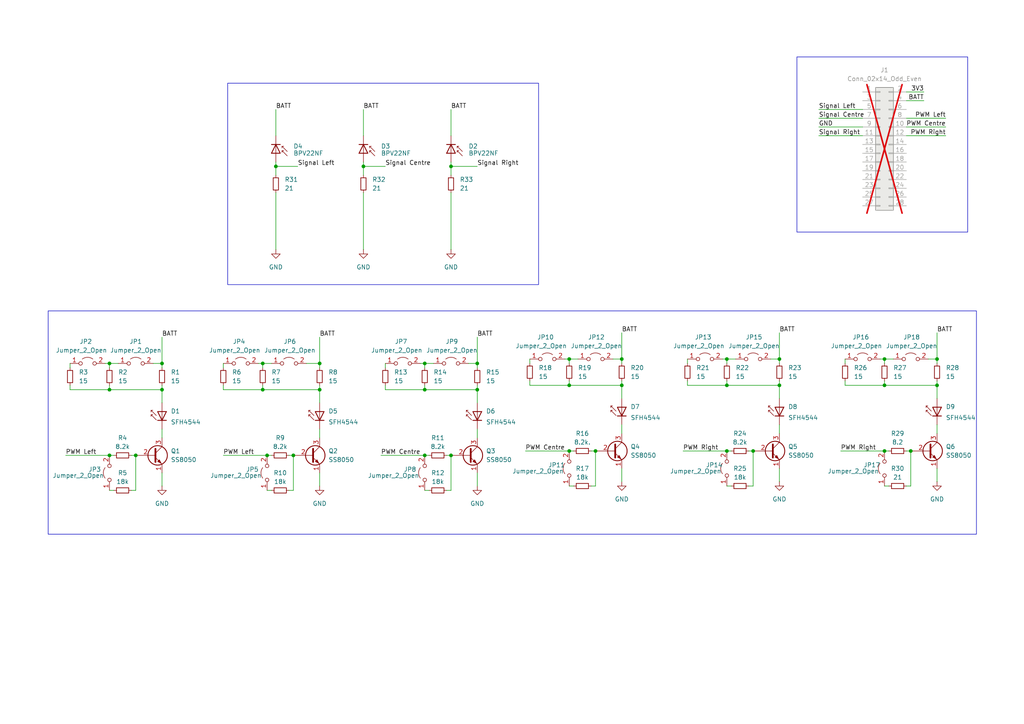
<source format=kicad_sch>
(kicad_sch (version 20231120) (generator "eeschema") (generator_version "8.0")
  (paper "A4")
  (title_block (title "EEE3088F Sensing Board") (date "2024-03-16") (rev "v0"))
  (lib_symbols
    (symbol "Connector_Generic:Conn_02x14_Odd_Even" (pin_names (offset 1.016) hide)
      (property "Reference" "J" (at 1.27 17.78 0))
      (property "Value" "Conn_02x14_Odd_Even" (at 1.27 -20.32 0))
      (symbol "Conn_02x14_Odd_Even_1_1"
        (rectangle (start -1.27 -17.653) (end 0 -17.907) (stroke (width 0.1524)))
        (rectangle (start -1.27 -15.113) (end 0 -15.367) (stroke (width 0.1524)))
        (rectangle (start -1.27 -12.573) (end 0 -12.827) (stroke (width 0.1524)))
        (rectangle (start -1.27 -10.033) (end 0 -10.287) (stroke (width 0.1524)))
        (rectangle (start -1.27 -7.493) (end 0 -7.747) (stroke (width 0.1524)))
        (rectangle (start -1.27 -4.953) (end 0 -5.207) (stroke (width 0.1524)))
        (rectangle (start -1.27 -2.413) (end 0 -2.667) (stroke (width 0.1524)))
        (rectangle (start -1.27 0.127) (end 0 -0.127) (stroke (width 0.1524)))
        (rectangle (start -1.27 2.667) (end 0 2.413) (stroke (width 0.1524)))
        (rectangle (start -1.27 5.207) (end 0 4.953) (stroke (width 0.1524)))
        (rectangle (start -1.27 7.747) (end 0 7.493) (stroke (width 0.1524)))
        (rectangle (start -1.27 10.287) (end 0 10.033) (stroke (width 0.1524)))
        (rectangle (start -1.27 12.827) (end 0 12.573) (stroke (width 0.1524)))
        (rectangle (start -1.27 15.367) (end 0 15.113) (stroke (width 0.1524)))
        (rectangle (start -1.27 16.51) (end 3.81 -19.05) (stroke (width 0.254)) (fill (type background)))
        (rectangle (start 3.81 -17.653) (end 2.54 -17.907) (stroke (width 0.1524)))
        (rectangle (start 3.81 -15.113) (end 2.54 -15.367) (stroke (width 0.1524)))
        (rectangle (start 3.81 -12.573) (end 2.54 -12.827) (stroke (width 0.1524)))
        (rectangle (start 3.81 -10.033) (end 2.54 -10.287) (stroke (width 0.1524)))
        (rectangle (start 3.81 -7.493) (end 2.54 -7.747) (stroke (width 0.1524)))
        (rectangle (start 3.81 -4.953) (end 2.54 -5.207) (stroke (width 0.1524)))
        (rectangle (start 3.81 -2.413) (end 2.54 -2.667) (stroke (width 0.1524)))
        (rectangle (start 3.81 0.127) (end 2.54 -0.127) (stroke (width 0.1524)))
        (rectangle (start 3.81 2.667) (end 2.54 2.413) (stroke (width 0.1524)))
        (rectangle (start 3.81 5.207) (end 2.54 4.953) (stroke (width 0.1524)))
        (rectangle (start 3.81 7.747) (end 2.54 7.493) (stroke (width 0.1524)))
        (rectangle (start 3.81 10.287) (end 2.54 10.033) (stroke (width 0.1524)))
        (rectangle (start 3.81 12.827) (end 2.54 12.573) (stroke (width 0.1524)))
        (rectangle (start 3.81 15.367) (end 2.54 15.113) (stroke (width 0.1524)))
        (pin passive line (at -5.08 15.24 0) (length 3.81) (name "Pin_1") (number "1"))
        (pin passive line (at 7.62 5.08 180) (length 3.81) (name "Pin_10") (number "10"))
        (pin passive line (at -5.08 2.54 0) (length 3.81) (name "Pin_11") (number "11"))
        (pin passive line (at 7.62 2.54 180) (length 3.81) (name "Pin_12") (number "12"))
        (pin passive line (at -5.08 0 0) (length 3.81) (name "Pin_13") (number "13"))
        (pin passive line (at 7.62 0 180) (length 3.81) (name "Pin_14") (number "14"))
        (pin passive line (at -5.08 -2.54 0) (length 3.81) (name "Pin_15") (number "15"))
        (pin passive line (at 7.62 -2.54 180) (length 3.81) (name "Pin_16") (number "16"))
        (pin passive line (at -5.08 -5.08 0) (length 3.81) (name "Pin_17") (number "17"))
        (pin passive line (at 7.62 -5.08 180) (length 3.81) (name "Pin_18") (number "18"))
        (pin passive line (at -5.08 -7.62 0) (length 3.81) (name "Pin_19") (number "19"))
        (pin passive line (at 7.62 15.24 180) (length 3.81) (name "Pin_2") (number "2"))
        (pin passive line (at 7.62 -7.62 180) (length 3.81) (name "Pin_20") (number "20"))
        (pin passive line (at -5.08 -10.16 0) (length 3.81) (name "Pin_21") (number "21"))
        (pin passive line (at 7.62 -10.16 180) (length 3.81) (name "Pin_22") (number "22"))
        (pin passive line (at -5.08 -12.7 0) (length 3.81) (name "Pin_23") (number "23"))
        (pin passive line (at 7.62 -12.7 180) (length 3.81) (name "Pin_24") (number "24"))
        (pin passive line (at -5.08 -15.24 0) (length 3.81) (name "Pin_25") (number "25"))
        (pin passive line (at 7.62 -15.24 180) (length 3.81) (name "Pin_26") (number "26"))
        (pin passive line (at -5.08 -17.78 0) (length 3.81) (name "Pin_27") (number "27"))
        (pin passive line (at 7.62 -17.78 180) (length 3.81) (name "Pin_28") (number "28"))
        (pin passive line (at -5.08 12.7 0) (length 3.81) (name "Pin_3") (number "3"))
        (pin passive line (at 7.62 12.7 180) (length 3.81) (name "Pin_4") (number "4"))
        (pin passive line (at -5.08 10.16 0) (length 3.81) (name "Pin_5") (number "5"))
        (pin passive line (at 7.62 10.16 180) (length 3.81) (name "Pin_6") (number "6"))
        (pin passive line (at -5.08 7.62 0) (length 3.81) (name "Pin_7") (number "7"))
        (pin passive line (at 7.62 7.62 180) (length 3.81) (name "Pin_8") (number "8"))
        (pin passive line (at -5.08 5.08 0) (length 3.81) (name "Pin_9") (number "9"))
      )
    )
    (symbol "Device:D_Photo" (pin_numbers hide) (pin_names hide)
      (property "Reference" "D" (at 0.508 1.778 0))
      (property "Value" "D_Photo" (at -1.016 -2.794 0))
      (symbol "D_Photo_0_1"
        (polyline (pts (xy -2.54 1.27) (xy -2.54 -1.27)) (stroke (width 0.254)))
        (polyline (pts (xy -2.032 1.778) (xy -1.524 1.778)))
        (polyline (pts (xy 0 0) (xy -2.54 0)))
        (polyline (pts (xy -0.508 3.302) (xy -2.032 1.778) (xy -2.032 2.286)))
        (polyline (pts (xy 0 -1.27) (xy 0 1.27) (xy -2.54 0) (xy 0 -1.27)) (stroke (width 0.254)))
        (polyline (pts (xy 0.762 3.302) (xy -0.762 1.778) (xy -0.762 2.286) (xy -0.762 1.778) (xy -0.254 1.778)))
      )
      (symbol "D_Photo_1_1"
        (pin passive line (at -5.08 0 0) (length 2.54) (name "K") (number "1"))
        (pin passive line (at 2.54 0 180) (length 2.54) (name "A") (number "2"))
      )
    )
    (symbol "Device:R_Small" (pin_numbers hide) (pin_names (offset 0.254) hide)
      (property "Reference" "R" (at 0.762 0.508 0))
      (property "Value" "R_Small" (at 0.762 -1.016 0))
      (symbol "R_Small_0_1"
        (rectangle (start -0.762 1.778) (end 0.762 -1.778) (stroke (width 0.2032)))
      )
      (symbol "R_Small_1_1"
        (pin passive line (at 0 2.54 270) (length 0.762) (name "~") (number "1"))
        (pin passive line (at 0 -2.54 90) (length 0.762) (name "~") (number "2"))
      )
    )
    (symbol "Jumper:Jumper_2_Open" (pin_names (offset 0) hide)
      (property "Reference" "JP" (at 0 2.794 0))
      (property "Value" "Jumper_2_Open" (at 0 -2.286 0))
      (symbol "Jumper_2_Open_0_0"
        (circle (center -2.032 0) (radius 0.508))
        (circle (center 2.032 0) (radius 0.508))
      )
      (symbol "Jumper_2_Open_0_1"
        (arc (start 1.524 1.27) (mid 0 1.778) (end -1.524 1.27))
      )
      (symbol "Jumper_2_Open_1_1"
        (pin passive line (at -5.08 0 0) (length 2.54) (name "A") (number "1"))
        (pin passive line (at 5.08 0 180) (length 2.54) (name "B") (number "2"))
      )
    )
    (symbol "LED:SFH4546" (pin_numbers hide) (pin_names (offset 1.016) hide)
      (property "Reference" "D" (at 0.508 1.778 0))
      (property "Value" "SFH4546" (at -1.016 -2.794 0))
      (symbol "SFH4546_0_1"
        (polyline (pts (xy -2.54 1.27) (xy -2.54 -1.27)) (stroke (width 0.254)))
        (polyline (pts (xy 0 0) (xy -2.54 0)))
        (polyline (pts (xy 0.381 3.175) (xy -0.127 3.175)))
        (polyline (pts (xy -1.143 1.651) (xy 0.381 3.175) (xy 0.381 2.667)))
        (polyline (pts (xy 0 -1.27) (xy -2.54 0) (xy 0 1.27) (xy 0 -1.27)) (stroke (width 0.254)))
        (polyline (pts (xy -2.413 1.651) (xy -0.889 3.175) (xy -0.889 2.667) (xy -0.889 3.175) (xy -1.397 3.175)))
      )
      (symbol "SFH4546_1_1"
        (pin passive line (at -5.08 0 0) (length 2.54) (name "K") (number "1"))
        (pin passive line (at 2.54 0 180) (length 2.54) (name "A") (number "2"))
      )
    )
    (symbol "Transistor_BJT:2N2219" (pin_names (offset 0) hide)
      (property "Reference" "Q" (at 5.08 1.905 0))
      (property "Value" "2N2219" (at 5.08 0 0))
      (symbol "2N2219_0_1"
        (polyline (pts (xy 0.635 0.635) (xy 2.54 2.54)))
        (polyline (pts (xy 0.635 -0.635) (xy 2.54 -2.54) (xy 2.54 -2.54)))
        (polyline (pts (xy 0.635 1.905) (xy 0.635 -1.905) (xy 0.635 -1.905)) (stroke (width 0.508)))
        (polyline (pts (xy 1.27 -1.778) (xy 1.778 -1.27) (xy 2.286 -2.286) (xy 1.27 -1.778) (xy 1.27 -1.778)) (fill (type outline)))
        (circle (center 1.27 0) (radius 2.8194) (stroke (width 0.254)))
      )
      (symbol "2N2219_1_1"
        (pin passive line (at 2.54 -5.08 90) (length 2.54) (name "E") (number "1"))
        (pin passive line (at -5.08 0 0) (length 5.715) (name "B") (number "2"))
        (pin passive line (at 2.54 5.08 270) (length 2.54) (name "C") (number "3"))
      )
    )
    (symbol "power:GND" (power) (pin_numbers hide) (pin_names (offset 0) hide)
      (property "Value" "GND" (at 0 -3.81 0))
      (symbol "GND_0_1"
        (polyline (pts (xy 0 0) (xy 0 -1.27) (xy 1.27 -1.27) (xy 0 -2.54) (xy -1.27 -1.27) (xy 0 -1.27)))
      )
      (symbol "GND_1_1"
        (pin power_in line (at 0 0 270) (length 0) (name "~") (number "1"))
      )
    )
  )
  (junction (at 165.1 130.81))
  (junction (at 31.75 105.41))
  (junction (at 256.54 104.14))
  (junction (at 256.54 130.81))
  (junction (at 31.75 113.03))
  (junction (at 180.34 111.76))
  (junction (at 180.34 104.14))
  (junction (at 264.16 130.81))
  (junction (at 138.43 113.03))
  (junction (at 130.81 132.08))
  (junction (at 172.72 130.81))
  (junction (at 76.2 105.41))
  (junction (at 80.01 48.26))
  (junction (at 105.41 48.26))
  (junction (at 210.82 104.14))
  (junction (at 138.43 105.41))
  (junction (at 85.09 132.08))
  (junction (at 271.78 104.14))
  (junction (at 130.81 48.26))
  (junction (at 165.1 111.76))
  (junction (at 123.19 132.08))
  (junction (at 39.37 132.08))
  (junction (at 46.99 113.03))
  (junction (at 226.06 111.76))
  (junction (at 31.75 132.08))
  (junction (at 226.06 104.14))
  (junction (at 92.71 113.03))
  (junction (at 123.19 113.03))
  (junction (at 165.1 104.14))
  (junction (at 256.54 111.76))
  (junction (at 76.2 113.03))
  (junction (at 92.71 105.41))
  (junction (at 271.78 111.76))
  (junction (at 210.82 111.76))
  (junction (at 218.44 130.81))
  (junction (at 210.82 130.81))
  (junction (at 46.99 105.41))
  (junction (at 123.19 105.41))
  (junction (at 77.47 132.08))
  (wire (pts (xy 256.54 104.14) (xy 255.27 104.14)))
  (wire (pts (xy 77.47 132.08) (xy 78.74 132.08)))
  (wire (pts (xy 274.32 36.83) (xy 262.89 36.83)))
  (wire (pts (xy 165.1 111.76) (xy 180.34 111.76)))
  (wire (pts (xy 92.71 97.79) (xy 92.71 105.41)))
  (wire (pts (xy 80.01 31.75) (xy 80.01 39.37)))
  (wire (pts (xy 129.54 132.08) (xy 130.81 132.08)))
  (wire (pts (xy 237.49 39.37) (xy 250.19 39.37)))
  (wire (pts (xy 217.17 140.97) (xy 218.44 140.97)))
  (wire (pts (xy 226.06 104.14) (xy 226.06 105.41)))
  (wire (pts (xy 226.06 96.52) (xy 226.06 104.14)))
  (wire (pts (xy 223.52 104.14) (xy 226.06 104.14)))
  (wire (pts (xy 138.43 111.76) (xy 138.43 113.03)))
  (wire (pts (xy 226.06 111.76) (xy 226.06 115.57)))
  (wire (pts (xy 210.82 110.49) (xy 210.82 111.76)))
  (wire (pts (xy 76.2 106.68) (xy 76.2 105.41)))
  (wire (pts (xy 64.77 132.08) (xy 77.47 132.08)))
  (wire (pts (xy 153.67 110.49) (xy 153.67 111.76)))
  (wire (pts (xy 123.19 106.68) (xy 123.19 105.41)))
  (wire (pts (xy 123.19 111.76) (xy 123.19 113.03)))
  (wire (pts (xy 76.2 111.76) (xy 76.2 113.03)))
  (wire (pts (xy 138.43 97.79) (xy 138.43 105.41)))
  (wire (pts (xy 138.43 127) (xy 138.43 124.46)))
  (wire (pts (xy 180.34 96.52) (xy 180.34 104.14)))
  (wire (pts (xy 152.4 130.81) (xy 165.1 130.81)))
  (wire (pts (xy 76.2 105.41) (xy 78.74 105.41)))
  (wire (pts (xy 212.09 140.97) (xy 210.82 140.97)))
  (wire (pts (xy 271.78 125.73) (xy 271.78 123.19)))
  (wire (pts (xy 271.78 110.49) (xy 271.78 111.76)))
  (wire (pts (xy 210.82 130.81) (xy 212.09 130.81)))
  (wire (pts (xy 130.81 48.26) (xy 138.43 48.26)))
  (wire (pts (xy 256.54 104.14) (xy 259.08 104.14)))
  (wire (pts (xy 243.84 130.81) (xy 256.54 130.81)))
  (wire (pts (xy 199.39 111.76) (xy 210.82 111.76)))
  (wire (pts (xy 135.89 105.41) (xy 138.43 105.41)))
  (wire (pts (xy 210.82 111.76) (xy 226.06 111.76)))
  (wire (pts (xy 180.34 111.76) (xy 180.34 115.57)))
  (wire (pts (xy 177.8 104.14) (xy 180.34 104.14)))
  (wire (pts (xy 256.54 105.41) (xy 256.54 104.14)))
  (wire (pts (xy 124.46 142.24) (xy 123.19 142.24)))
  (wire (pts (xy 46.99 97.79) (xy 46.99 105.41)))
  (wire (pts (xy 46.99 113.03) (xy 46.99 116.84)))
  (wire (pts (xy 210.82 104.14) (xy 209.55 104.14)))
  (wire (pts (xy 46.99 111.76) (xy 46.99 113.03)))
  (wire (pts (xy 153.67 111.76) (xy 165.1 111.76)))
  (wire (pts (xy 198.12 130.81) (xy 210.82 130.81)))
  (wire (pts (xy 210.82 104.14) (xy 213.36 104.14)))
  (wire (pts (xy 130.81 31.75) (xy 130.81 39.37)))
  (wire (pts (xy 123.19 132.08) (xy 124.46 132.08)))
  (wire (pts (xy 30.48 105.41) (xy 31.75 105.41)))
  (wire (pts (xy 210.82 105.41) (xy 210.82 104.14)))
  (wire (pts (xy 46.99 140.97) (xy 46.99 137.16)))
  (wire (pts (xy 20.32 113.03) (xy 31.75 113.03)))
  (wire (pts (xy 105.41 55.88) (xy 105.41 72.39)))
  (wire (pts (xy 180.34 110.49) (xy 180.34 111.76)))
  (wire (pts (xy 130.81 55.88) (xy 130.81 72.39)))
  (wire (pts (xy 171.45 140.97) (xy 172.72 140.97)))
  (wire (pts (xy 44.45 105.41) (xy 46.99 105.41)))
  (wire (pts (xy 271.78 139.7) (xy 271.78 135.89)))
  (wire (pts (xy 199.39 110.49) (xy 199.39 111.76)))
  (wire (pts (xy 180.34 125.73) (xy 180.34 123.19)))
  (wire (pts (xy 64.77 105.41) (xy 64.77 106.68)))
  (wire (pts (xy 237.49 31.75) (xy 250.19 31.75)))
  (wire (pts (xy 80.01 46.99) (xy 80.01 48.26)))
  (wire (pts (xy 245.11 111.76) (xy 256.54 111.76)))
  (wire (pts (xy 83.82 132.08) (xy 85.09 132.08)))
  (wire (pts (xy 92.71 140.97) (xy 92.71 137.16)))
  (wire (pts (xy 267.97 26.67) (xy 262.89 26.67)))
  (wire (pts (xy 267.97 29.21) (xy 262.89 29.21)))
  (wire (pts (xy 153.67 104.14) (xy 153.67 105.41)))
  (wire (pts (xy 269.24 104.14) (xy 271.78 104.14)))
  (wire (pts (xy 172.72 140.97) (xy 172.72 130.81)))
  (wire (pts (xy 130.81 142.24) (xy 130.81 132.08)))
  (wire (pts (xy 123.19 105.41) (xy 125.73 105.41)))
  (wire (pts (xy 33.02 142.24) (xy 31.75 142.24)))
  (wire (pts (xy 80.01 48.26) (xy 86.36 48.26)))
  (wire (pts (xy 274.32 39.37) (xy 262.89 39.37)))
  (wire (pts (xy 130.81 48.26) (xy 130.81 50.8)))
  (wire (pts (xy 110.49 132.08) (xy 123.19 132.08)))
  (wire (pts (xy 38.1 142.24) (xy 39.37 142.24)))
  (wire (pts (xy 111.76 105.41) (xy 111.76 106.68)))
  (wire (pts (xy 237.49 34.29) (xy 250.19 34.29)))
  (wire (pts (xy 105.41 48.26) (xy 111.76 48.26)))
  (wire (pts (xy 64.77 113.03) (xy 76.2 113.03)))
  (wire (pts (xy 256.54 111.76) (xy 271.78 111.76)))
  (wire (pts (xy 20.32 111.76) (xy 20.32 113.03)))
  (wire (pts (xy 77.47 142.24) (xy 78.74 142.24)))
  (wire (pts (xy 19.05 132.08) (xy 31.75 132.08)))
  (wire (pts (xy 92.71 127) (xy 92.71 124.46)))
  (wire (pts (xy 80.01 55.88) (xy 80.01 72.39)))
  (wire (pts (xy 245.11 104.14) (xy 245.11 105.41)))
  (wire (pts (xy 92.71 111.76) (xy 92.71 113.03)))
  (wire (pts (xy 39.37 142.24) (xy 39.37 132.08)))
  (wire (pts (xy 111.76 113.03) (xy 123.19 113.03)))
  (wire (pts (xy 226.06 110.49) (xy 226.06 111.76)))
  (wire (pts (xy 130.81 46.99) (xy 130.81 48.26)))
  (wire (pts (xy 31.75 132.08) (xy 33.02 132.08)))
  (wire (pts (xy 31.75 105.41) (xy 31.75 106.68)))
  (wire (pts (xy 76.2 105.41) (xy 74.93 105.41)))
  (wire (pts (xy 165.1 130.81) (xy 166.37 130.81)))
  (wire (pts (xy 46.99 127) (xy 46.99 124.46)))
  (wire (pts (xy 138.43 113.03) (xy 138.43 116.84)))
  (wire (pts (xy 129.54 142.24) (xy 130.81 142.24)))
  (wire (pts (xy 166.37 140.97) (xy 165.1 140.97)))
  (wire (pts (xy 226.06 125.73) (xy 226.06 123.19)))
  (wire (pts (xy 165.1 104.14) (xy 163.83 104.14)))
  (wire (pts (xy 199.39 104.14) (xy 199.39 105.41)))
  (wire (pts (xy 165.1 105.41) (xy 165.1 104.14)))
  (wire (pts (xy 180.34 104.14) (xy 180.34 105.41)))
  (wire (pts (xy 38.1 132.08) (xy 39.37 132.08)))
  (wire (pts (xy 46.99 105.41) (xy 46.99 106.68)))
  (wire (pts (xy 256.54 110.49) (xy 256.54 111.76)))
  (wire (pts (xy 257.81 140.97) (xy 256.54 140.97)))
  (wire (pts (xy 31.75 113.03) (xy 46.99 113.03)))
  (wire (pts (xy 85.09 142.24) (xy 85.09 132.08)))
  (wire (pts (xy 217.17 130.81) (xy 218.44 130.81)))
  (wire (pts (xy 123.19 105.41) (xy 121.92 105.41)))
  (wire (pts (xy 105.41 31.75) (xy 105.41 39.37)))
  (wire (pts (xy 105.41 48.26) (xy 105.41 50.8)))
  (wire (pts (xy 76.2 113.03) (xy 92.71 113.03)))
  (wire (pts (xy 20.32 105.41) (xy 20.32 106.68)))
  (wire (pts (xy 138.43 140.97) (xy 138.43 137.16)))
  (wire (pts (xy 274.32 34.29) (xy 262.89 34.29)))
  (wire (pts (xy 245.11 110.49) (xy 245.11 111.76)))
  (wire (pts (xy 165.1 110.49) (xy 165.1 111.76)))
  (wire (pts (xy 92.71 105.41) (xy 92.71 106.68)))
  (wire (pts (xy 271.78 96.52) (xy 271.78 104.14)))
  (wire (pts (xy 271.78 111.76) (xy 271.78 115.57)))
  (wire (pts (xy 171.45 130.81) (xy 172.72 130.81)))
  (wire (pts (xy 256.54 130.81) (xy 257.81 130.81)))
  (wire (pts (xy 226.06 139.7) (xy 226.06 135.89)))
  (wire (pts (xy 123.19 113.03) (xy 138.43 113.03)))
  (wire (pts (xy 31.75 105.41) (xy 34.29 105.41)))
  (wire (pts (xy 237.49 36.83) (xy 250.19 36.83)))
  (wire (pts (xy 262.89 130.81) (xy 264.16 130.81)))
  (wire (pts (xy 165.1 104.14) (xy 167.64 104.14)))
  (wire (pts (xy 111.76 111.76) (xy 111.76 113.03)))
  (wire (pts (xy 218.44 140.97) (xy 218.44 130.81)))
  (wire (pts (xy 88.9 105.41) (xy 92.71 105.41)))
  (wire (pts (xy 105.41 46.99) (xy 105.41 48.26)))
  (wire (pts (xy 264.16 140.97) (xy 264.16 130.81)))
  (wire (pts (xy 80.01 48.26) (xy 80.01 50.8)))
  (wire (pts (xy 138.43 105.41) (xy 138.43 106.68)))
  (wire (pts (xy 92.71 113.03) (xy 92.71 116.84)))
  (wire (pts (xy 262.89 140.97) (xy 264.16 140.97)))
  (wire (pts (xy 83.82 142.24) (xy 85.09 142.24)))
  (wire (pts (xy 271.78 104.14) (xy 271.78 105.41)))
  (wire (pts (xy 31.75 111.76) (xy 31.75 113.03)))
  (wire (pts (xy 180.34 139.7) (xy 180.34 135.89)))
  (wire (pts (xy 64.77 111.76) (xy 64.77 113.03)))
  (rectangle (start 13.97 90.17) (end 283.21 154.94))
  (rectangle (start 66.04 24.13) (end 156.21 82.55))
  (rectangle (start 231.14 16.51) (end 280.67 67.31))
  (label "BATT" (at 130.81 31.75 0))
  (label "PWM Left" (at 274.32 34.29 180))
  (label "BATT" (at 92.71 97.79 0))
  (label "BATT" (at 271.78 96.52 0))
  (label "3V3" (at 267.97 26.67 180))
  (label "PWM Centre" (at 274.32 36.83 180))
  (label "BATT" (at 267.97 29.21 180))
  (label "BATT" (at 105.41 31.75 0))
  (label "BATT" (at 180.34 96.52 0))
  (label "BATT" (at 80.01 31.75 0))
  (label "Signal Left" (at 237.49 31.75 0))
  (label "PWM Right" (at 198.12 130.81 0))
  (label "PWM Left" (at 19.05 132.08 0))
  (label "Signal Right" (at 237.49 39.37 0))
  (label "BATT" (at 226.06 96.52 0))
  (label "GND" (at 237.49 36.83 0))
  (label "BATT" (at 46.99 97.79 0))
  (label "Signal Left" (at 86.36 48.26 0))
  (label "PWM Right" (at 274.32 39.37 180))
  (label "Signal Right" (at 138.43 48.26 0))
  (label "Signal Centre" (at 111.76 48.26 0))
  (label "Signal Centre" (at 237.49 34.29 0))
  (label "BATT" (at 138.43 97.79 0))
  (label "PWM Centre" (at 110.49 132.08 0))
  (label "PWM Left" (at 64.77 132.08 0))
  (label "PWM Centre" (at 152.4 130.81 0))
  (label "PWM Right" (at 243.84 130.81 0))
  (symbol (lib_id "Jumper:Jumper_2_Open") (at 31.75 137.16 90) (unit 1)
    (property "Reference" "JP3" (at 25.654 136.144 90) (effects (justify right)))
    (property "Value" "Jumper_2_Open" (at 15.24 137.922 90) (effects (justify right)))
    (property "Footprint" "Jumper:SolderJumper-2_P1.3mm_Open_RoundedPad1.0x1.5mm" (effects (hide yes)))
    (property "Description" "Jumper, 2-pole, open" (effects (hide yes)))
  )
  (symbol (lib_id "Transistor_BJT:2N2219") (at 44.45 132.08 0) (unit 1)
    (property "Reference" "Q1" (at 49.53 130.8099 0) (effects (justify left)))
    (property "Value" "SS8050" (at 49.53 133.3499 0) (effects (justify left)))
    (property "Footprint" "Package_TO_SOT_SMD:SOT-23" (effects (hide yes)))
    (property "Datasheet" "http://www.onsemi.com/pub_link/Collateral/2N2219-D.PDF" (effects (hide yes)))
    (property "Description" "800mA Ic, 50V Vce, NPN Transistor, TO-39" (effects (hide yes)))
    (property "LCSC" "C2150" (effects (hide yes)))
  )
  (symbol (lib_id "Transistor_BJT:2N2219") (at 177.8 130.81 0) (unit 1)
    (property "Reference" "Q4" (at 182.88 129.5399 0) (effects (justify left)))
    (property "Value" "SS8050" (at 182.88 132.0799 0) (effects (justify left)))
    (property "Footprint" "Package_TO_SOT_SMD:SOT-23" (effects (hide yes)))
    (property "Datasheet" "http://www.onsemi.com/pub_link/Collateral/2N2219-D.PDF" (effects (hide yes)))
    (property "Description" "800mA Ic, 50V Vce, NPN Transistor, TO-39" (effects (hide yes)))
    (property "LCSC" "C2150" (effects (hide yes)))
  )
  (symbol (lib_id "Device:R_Small") (at 81.28 132.08 90) (unit 1)
    (property "Reference" "R9" (at 81.28 127 90))
    (property "Value" "8.2k" (at 81.28 129.54 90))
    (property "Footprint" "Resistor_SMD:R_0815_2038Metric" (effects (hide yes)))
    (property "Description" "Resistor, small symbol" (effects (hide yes)))
  )
  (symbol (lib_id "LED:SFH4546") (at 138.43 119.38 90) (unit 1)
    (property "Reference" "D6" (at 140.97 119.2529 90) (effects (justify right)))
    (property "Value" "SFH4544" (at 140.97 122.428 90) (effects (justify right)))
    (property "Footprint" "LED_THT:LED_D3.0mm_IRBlack" (effects (hide yes)))
    (property "Datasheet" "https://www.lcsc.com/datasheet/lcsc_datasheet_2206101716_OSRAM-Opto-Semicon-SFH-4544_C2900370.pdf" (effects (hide yes)))
    (property "Description" "High-Power IR LED 940nm" (effects (hide yes)))
    (property "LCSC" "C2900370" (effects (hide yes)))
    (property "Extended" "1" (effects (hide yes)))
    (property "Populate" "1" (effects (hide yes)))
    (property "Price" "0.67" (effects (hide yes)))
  )
  (symbol (lib_id "Device:R_Small") (at 35.56 142.24 90) (unit 1)
    (property "Reference" "R5" (at 35.56 137.16 90))
    (property "Value" "18k" (at 35.56 139.7 90))
    (property "Footprint" "Resistor_SMD:R_0815_2038Metric" (effects (hide yes)))
    (property "Description" "Resistor, small symbol" (effects (hide yes)))
  )
  (symbol (lib_id "Transistor_BJT:2N2219") (at 135.89 132.08 0) (unit 1)
    (property "Reference" "Q3" (at 140.97 130.8099 0) (effects (justify left)))
    (property "Value" "SS8050" (at 140.97 133.3499 0) (effects (justify left)))
    (property "Footprint" "Package_TO_SOT_SMD:SOT-23" (effects (hide yes)))
    (property "Datasheet" "http://www.onsemi.com/pub_link/Collateral/2N2219-D.PDF" (effects (hide yes)))
    (property "Description" "800mA Ic, 50V Vce, NPN Transistor, TO-39" (effects (hide yes)))
    (property "LCSC" "C2150" (effects (hide yes)))
  )
  (symbol (lib_id "Device:R_Small") (at 105.41 53.34 0) (unit 1)
    (property "Reference" "R32" (at 107.95 52.0699 0) (effects (justify left)))
    (property "Value" "21" (at 107.95 54.6099 0) (effects (justify left)))
    (property "Footprint" "Resistor_SMD:R_0815_2038Metric" (effects (hide yes)))
    (property "Description" "Resistor, small symbol" (effects (hide yes)))
  )
  (symbol (lib_id "Jumper:Jumper_2_Open") (at 25.4 105.41 0) (unit 1)
    (property "Reference" "JP2" (at 24.892 99.06 0))
    (property "Value" "Jumper_2_Open" (at 23.622 101.6 0))
    (property "Footprint" "Jumper:SolderJumper-2_P1.3mm_Open_RoundedPad1.0x1.5mm" (effects (hide yes)))
    (property "Description" "Jumper, 2-pole, open" (effects (hide yes)))
  )
  (symbol (lib_id "Device:R_Small") (at 168.91 140.97 90) (unit 1)
    (property "Reference" "R17" (at 168.91 135.89 90))
    (property "Value" "18k" (at 168.91 138.43 90))
    (property "Footprint" "Resistor_SMD:R_0815_2038Metric" (effects (hide yes)))
    (property "Description" "Resistor, small symbol" (effects (hide yes)))
  )
  (symbol (lib_id "Device:R_Small") (at 180.34 107.95 0) (unit 1)
    (property "Reference" "R20" (at 182.88 106.6799 0) (effects (justify left)))
    (property "Value" "15" (at 182.88 109.2199 0) (effects (justify left)))
    (property "Footprint" "Resistor_SMD:R_0815_2038Metric" (effects (hide yes)))
    (property "Description" "Resistor, small symbol" (effects (hide yes)))
  )
  (symbol (lib_id "power:GND") (at 130.81 72.39 0) (unit 1)
    (property "Reference" "#PWR01" (effects (hide yes)))
    (property "Value" "GND" (at 130.81 77.47 0))
    (property "Description" "Power symbol creates a global label with name \"GND\" , ground" (effects (hide yes)))
  )
  (symbol (lib_id "Device:R_Small") (at 214.63 140.97 90) (unit 1)
    (property "Reference" "R25" (at 214.63 135.89 90))
    (property "Value" "18k" (at 214.63 138.43 90))
    (property "Footprint" "Resistor_SMD:R_0815_2038Metric" (effects (hide yes)))
    (property "Description" "Resistor, small symbol" (effects (hide yes)))
  )
  (symbol (lib_id "Device:R_Small") (at 260.35 130.81 90) (unit 1)
    (property "Reference" "R29" (at 260.35 125.73 90))
    (property "Value" "8.2" (at 260.35 128.27 90))
    (property "Footprint" "Resistor_SMD:R_0815_2038Metric" (effects (hide yes)))
    (property "Description" "Resistor, small symbol" (effects (hide yes)))
  )
  (symbol (lib_id "power:GND") (at 226.06 139.7 0) (unit 1)
    (property "Reference" "#PWR08" (effects (hide yes)))
    (property "Value" "GND" (at 226.06 144.78 0))
    (property "Description" "Power symbol creates a global label with name \"GND\" , ground" (effects (hide yes)))
  )
  (symbol (lib_id "Device:R_Small") (at 226.06 107.95 0) (unit 1)
    (property "Reference" "R23" (at 228.6 106.6799 0) (effects (justify left)))
    (property "Value" "15" (at 228.6 109.2199 0) (effects (justify left)))
    (property "Footprint" "Resistor_SMD:R_0815_2038Metric" (effects (hide yes)))
    (property "Description" "Resistor, small symbol" (effects (hide yes)))
  )
  (symbol (lib_id "Jumper:Jumper_2_Open") (at 165.1 135.89 90) (unit 1)
    (property "Reference" "JP11" (at 159.004 134.874 90) (effects (justify right)))
    (property "Value" "Jumper_2_Open" (at 148.59 136.652 90) (effects (justify right)))
    (property "Footprint" "Jumper:SolderJumper-2_P1.3mm_Open_RoundedPad1.0x1.5mm" (effects (hide yes)))
    (property "Description" "Jumper, 2-pole, open" (effects (hide yes)))
  )
  (symbol (lib_id "power:GND") (at 105.41 72.39 0) (unit 1)
    (property "Reference" "#PWR03" (effects (hide yes)))
    (property "Value" "GND" (at 105.41 77.47 0))
    (property "Description" "Power symbol creates a global label with name \"GND\" , ground" (effects (hide yes)))
  )
  (symbol (lib_id "Device:R_Small") (at 64.77 109.22 0) (unit 1)
    (property "Reference" "R6" (at 67.31 107.9499 0) (effects (justify left)))
    (property "Value" "15" (at 67.31 110.4899 0) (effects (justify left)))
    (property "Footprint" "Resistor_SMD:R_0815_2038Metric" (effects (hide yes)))
    (property "Description" "Resistor, small symbol" (effects (hide yes)))
  )
  (symbol (lib_id "Jumper:Jumper_2_Open") (at 256.54 135.89 90) (unit 1)
    (property "Reference" "JP17" (at 250.444 134.874 90) (effects (justify right)))
    (property "Value" "Jumper_2_Open" (at 240.03 136.652 90) (effects (justify right)))
    (property "Footprint" "Jumper:SolderJumper-2_P1.3mm_Open_RoundedPad1.0x1.5mm" (effects (hide yes)))
    (property "Description" "Jumper, 2-pole, open" (effects (hide yes)))
  )
  (symbol (lib_id "LED:SFH4546") (at 180.34 118.11 90) (unit 1)
    (property "Reference" "D7" (at 182.88 117.9829 90) (effects (justify right)))
    (property "Value" "SFH4544" (at 182.88 121.158 90) (effects (justify right)))
    (property "Footprint" "LED_THT:LED_D3.0mm_IRBlack" (effects (hide yes)))
    (property "Datasheet" "https://www.lcsc.com/datasheet/lcsc_datasheet_2206101716_OSRAM-Opto-Semicon-SFH-4544_C2900370.pdf" (effects (hide yes)))
    (property "Description" "High-Power IR LED 940nm" (effects (hide yes)))
    (property "LCSC" "C2900370" (effects (hide yes)))
    (property "Extended" "1" (effects (hide yes)))
    (property "Populate" "1" (effects (hide yes)))
    (property "Price" "0.67" (effects (hide yes)))
  )
  (symbol (lib_id "Device:D_Photo") (at 80.01 44.45 270) (unit 1)
    (property "Reference" "D4" (at 85.09 42.418 90) (effects (justify left)))
    (property "Value" "BPV22NF" (at 85.09 44.45 90) (effects (justify left)))
    (property "Footprint" "LED_THT:LED_SideEmitter_Rectangular_W4.5mm_H1.6mm" (effects (hide yes)))
    (property "Description" "Photodiode" (effects (hide yes)))
    (property "LCSC" " C2900370" (effects (hide yes)))
    (property "Extended" "1" (effects (hide yes)))
    (property "Populate" "1" (effects (hide yes)))
    (property "Price" "0.48" (effects (hide yes)))
  )
  (symbol (lib_id "Jumper:Jumper_2_Open") (at 218.44 104.14 0) (unit 1)
    (property "Reference" "JP15" (at 218.694 97.79 0))
    (property "Value" "Jumper_2_Open" (at 218.694 100.33 0))
    (property "Footprint" "Jumper:SolderJumper-2_P1.3mm_Open_RoundedPad1.0x1.5mm" (effects (hide yes)))
    (property "Description" "Jumper, 2-pole, open" (effects (hide yes)))
  )
  (symbol (lib_id "Device:R_Small") (at 153.67 107.95 0) (unit 1)
    (property "Reference" "R18" (at 156.21 106.6799 0) (effects (justify left)))
    (property "Value" "15" (at 156.21 109.2199 0) (effects (justify left)))
    (property "Footprint" "Resistor_SMD:R_0815_2038Metric" (effects (hide yes)))
    (property "Description" "Resistor, small symbol" (effects (hide yes)))
  )
  (symbol (lib_id "LED:SFH4546") (at 92.71 119.38 90) (unit 1)
    (property "Reference" "D5" (at 95.25 119.2529 90) (effects (justify right)))
    (property "Value" "SFH4544" (at 95.25 122.428 90) (effects (justify right)))
    (property "Footprint" "LED_THT:LED_D3.0mm_IRBlack" (effects (hide yes)))
    (property "Datasheet" "https://www.lcsc.com/datasheet/lcsc_datasheet_2206101716_OSRAM-Opto-Semicon-SFH-4544_C2900370.pdf" (effects (hide yes)))
    (property "Description" "High-Power IR LED 940nm" (effects (hide yes)))
    (property "LCSC" "C2900370" (effects (hide yes)))
    (property "Extended" "1" (effects (hide yes)))
    (property "Populate" "1" (effects (hide yes)))
    (property "Price" "0.67" (effects (hide yes)))
  )
  (symbol (lib_id "Device:D_Photo") (at 130.81 44.45 270) (unit 1)
    (property "Reference" "D2" (at 135.89 42.418 90) (effects (justify left)))
    (property "Value" "BPV22NF" (at 135.89 44.45 90) (effects (justify left)))
    (property "Footprint" "LED_THT:LED_SideEmitter_Rectangular_W4.5mm_H1.6mm" (effects (hide yes)))
    (property "Description" "Photodiode" (effects (hide yes)))
    (property "LCSC" " C2900370" (effects (hide yes)))
    (property "Extended" "1" (effects (hide yes)))
    (property "Populate" "1" (effects (hide yes)))
    (property "Price" "0.48" (effects (hide yes)))
  )
  (symbol (lib_id "Device:R_Small") (at 210.82 107.95 0) (unit 1)
    (property "Reference" "R22" (at 213.36 106.6799 0) (effects (justify left)))
    (property "Value" "15" (at 213.36 109.2199 0) (effects (justify left)))
    (property "Footprint" "Resistor_SMD:R_0815_2038Metric" (effects (hide yes)))
    (property "Description" "Resistor, small symbol" (effects (hide yes)))
  )
  (symbol (lib_id "Device:R_Small") (at 92.71 109.22 0) (unit 1)
    (property "Reference" "R8" (at 95.25 107.9499 0) (effects (justify left)))
    (property "Value" "15" (at 95.25 110.4899 0) (effects (justify left)))
    (property "Footprint" "Resistor_SMD:R_0815_2038Metric" (effects (hide yes)))
    (property "Description" "Resistor, small symbol" (effects (hide yes)))
  )
  (symbol (lib_id "Transistor_BJT:2N2219") (at 223.52 130.81 0) (unit 1)
    (property "Reference" "Q5" (at 228.6 129.5399 0) (effects (justify left)))
    (property "Value" "SS8050" (at 228.6 132.0799 0) (effects (justify left)))
    (property "Footprint" "Package_TO_SOT_SMD:SOT-23" (effects (hide yes)))
    (property "Datasheet" "http://www.onsemi.com/pub_link/Collateral/2N2219-D.PDF" (effects (hide yes)))
    (property "Description" "800mA Ic, 50V Vce, NPN Transistor, TO-39" (effects (hide yes)))
    (property "LCSC" "C2150" (effects (hide yes)))
  )
  (symbol (lib_id "Device:R_Small") (at 199.39 107.95 0) (unit 1)
    (property "Reference" "R21" (at 201.93 106.6799 0) (effects (justify left)))
    (property "Value" "15" (at 201.93 109.2199 0) (effects (justify left)))
    (property "Footprint" "Resistor_SMD:R_0815_2038Metric" (effects (hide yes)))
    (property "Description" "Resistor, small symbol" (effects (hide yes)))
  )
  (symbol (lib_id "power:GND") (at 92.71 140.97 0) (unit 1)
    (property "Reference" "#PWR05" (effects (hide yes)))
    (property "Value" "GND" (at 92.71 146.05 0))
    (property "Description" "Power symbol creates a global label with name \"GND\" , ground" (effects (hide yes)))
  )
  (symbol (lib_id "Jumper:Jumper_2_Open") (at 204.47 104.14 0) (unit 1)
    (property "Reference" "JP13" (at 203.962 97.79 0))
    (property "Value" "Jumper_2_Open" (at 202.692 100.33 0))
    (property "Footprint" "Jumper:SolderJumper-2_P1.3mm_Open_RoundedPad1.0x1.5mm" (effects (hide yes)))
    (property "Description" "Jumper, 2-pole, open" (effects (hide yes)))
  )
  (symbol (lib_id "Jumper:Jumper_2_Open") (at 130.81 105.41 0) (unit 1)
    (property "Reference" "JP9" (at 131.064 99.06 0))
    (property "Value" "Jumper_2_Open" (at 131.064 101.6 0))
    (property "Footprint" "Jumper:SolderJumper-2_P1.3mm_Open_RoundedPad1.0x1.5mm" (effects (hide yes)))
    (property "Description" "Jumper, 2-pole, open" (effects (hide yes)))
  )
  (symbol (lib_id "Device:R_Small") (at 165.1 107.95 0) (unit 1)
    (property "Reference" "R19" (at 167.64 106.6799 0) (effects (justify left)))
    (property "Value" "15" (at 167.64 109.2199 0) (effects (justify left)))
    (property "Footprint" "Resistor_SMD:R_0815_2038Metric" (effects (hide yes)))
    (property "Description" "Resistor, small symbol" (effects (hide yes)))
  )
  (symbol (lib_id "LED:SFH4546") (at 46.99 119.38 90) (unit 1)
    (property "Reference" "D1" (at 49.53 119.2529 90) (effects (justify right)))
    (property "Value" "SFH4544" (at 49.53 122.428 90) (effects (justify right)))
    (property "Footprint" "LED_THT:LED_D3.0mm_IRBlack" (effects (hide yes)))
    (property "Datasheet" "https://www.lcsc.com/datasheet/lcsc_datasheet_2206101716_OSRAM-Opto-Semicon-SFH-4544_C2900370.pdf" (effects (hide yes)))
    (property "Description" "High-Power IR LED 940nm" (effects (hide yes)))
    (property "LCSC" "C2900370" (effects (hide yes)))
    (property "Extended" "1" (effects (hide yes)))
    (property "Populate" "1" (effects (hide yes)))
    (property "Price" "0.67" (effects (hide yes)))
  )
  (symbol (lib_id "Jumper:Jumper_2_Open") (at 123.19 137.16 90) (unit 1)
    (property "Reference" "JP8" (at 117.094 136.144 90) (effects (justify right)))
    (property "Value" "Jumper_2_Open" (at 106.68 137.922 90) (effects (justify right)))
    (property "Footprint" "Jumper:SolderJumper-2_P1.3mm_Open_RoundedPad1.0x1.5mm" (effects (hide yes)))
    (property "Description" "Jumper, 2-pole, open" (effects (hide yes)))
  )
  (symbol (lib_id "Device:D_Photo") (at 105.41 44.45 270) (unit 1)
    (property "Reference" "D3" (at 110.49 42.418 90) (effects (justify left)))
    (property "Value" "BPV22NF" (at 110.49 44.45 90) (effects (justify left)))
    (property "Footprint" "LED_THT:LED_SideEmitter_Rectangular_W4.5mm_H1.6mm" (effects (hide yes)))
    (property "Description" "Photodiode" (effects (hide yes)))
    (property "LCSC" " C2900370" (effects (hide yes)))
    (property "Extended" "1" (effects (hide yes)))
    (property "Populate" "1" (effects (hide yes)))
    (property "Price" "0.48" (effects (hide yes)))
  )
  (symbol (lib_id "Device:R_Small") (at 46.99 109.22 0) (unit 1)
    (property "Reference" "R1" (at 49.53 107.9499 0) (effects (justify left)))
    (property "Value" "15" (at 49.53 110.4899 0) (effects (justify left)))
    (property "Footprint" "Resistor_SMD:R_0815_2038Metric" (effects (hide yes)))
    (property "Description" "Resistor, small symbol" (effects (hide yes)))
  )
  (symbol (lib_id "power:GND") (at 46.99 140.97 0) (unit 1)
    (property "Reference" "#PWR02" (effects (hide yes)))
    (property "Value" "GND" (at 46.99 146.05 0))
    (property "Description" "Power symbol creates a global label with name \"GND\" , ground" (effects (hide yes)))
  )
  (symbol (lib_id "Jumper:Jumper_2_Open") (at 264.16 104.14 0) (unit 1)
    (property "Reference" "JP18" (at 264.414 97.79 0))
    (property "Value" "Jumper_2_Open" (at 264.414 100.33 0))
    (property "Footprint" "Jumper:SolderJumper-2_P1.3mm_Open_RoundedPad1.0x1.5mm" (effects (hide yes)))
    (property "Description" "Jumper, 2-pole, open" (effects (hide yes)))
  )
  (symbol (lib_id "Device:R_Small") (at 130.81 53.34 0) (unit 1)
    (property "Reference" "R33" (at 133.35 52.0699 0) (effects (justify left)))
    (property "Value" "21" (at 133.35 54.6099 0) (effects (justify left)))
    (property "Footprint" "Resistor_SMD:R_0815_2038Metric" (effects (hide yes)))
    (property "Description" "Resistor, small symbol" (effects (hide yes)))
  )
  (symbol (lib_id "Device:R_Small") (at 80.01 53.34 0) (unit 1)
    (property "Reference" "R31" (at 82.55 52.0699 0) (effects (justify left)))
    (property "Value" "21" (at 82.55 54.6099 0) (effects (justify left)))
    (property "Footprint" "Resistor_SMD:R_0815_2038Metric" (effects (hide yes)))
    (property "Description" "Resistor, small symbol" (effects (hide yes)))
  )
  (symbol (lib_id "power:GND") (at 271.78 139.7 0) (unit 1)
    (property "Reference" "#PWR09" (effects (hide yes)))
    (property "Value" "GND" (at 271.78 144.78 0))
    (property "Description" "Power symbol creates a global label with name \"GND\" , ground" (effects (hide yes)))
  )
  (symbol (lib_id "power:GND") (at 180.34 139.7 0) (unit 1)
    (property "Reference" "#PWR07" (effects (hide yes)))
    (property "Value" "GND" (at 180.34 144.78 0))
    (property "Description" "Power symbol creates a global label with name \"GND\" , ground" (effects (hide yes)))
  )
  (symbol (lib_id "Jumper:Jumper_2_Open") (at 83.82 105.41 0) (unit 1)
    (property "Reference" "JP6" (at 84.074 99.06 0))
    (property "Value" "Jumper_2_Open" (at 84.074 101.6 0))
    (property "Footprint" "Jumper:SolderJumper-2_P1.3mm_Open_RoundedPad1.0x1.5mm" (effects (hide yes)))
    (property "Description" "Jumper, 2-pole, open" (effects (hide yes)))
  )
  (symbol (lib_id "Device:R_Small") (at 81.28 142.24 90) (unit 1)
    (property "Reference" "R10" (at 81.28 137.16 90))
    (property "Value" "18k" (at 81.28 139.7 90))
    (property "Footprint" "Resistor_SMD:R_0815_2038Metric" (effects (hide yes)))
    (property "Description" "Resistor, small symbol" (effects (hide yes)))
  )
  (symbol (lib_id "Device:R_Small") (at 127 132.08 90) (unit 1)
    (property "Reference" "R11" (at 127 127 90))
    (property "Value" "8.2k" (at 127 129.54 90))
    (property "Footprint" "Resistor_SMD:R_0815_2038Metric" (effects (hide yes)))
    (property "Description" "Resistor, small symbol" (effects (hide yes)))
  )
  (symbol (lib_id "Jumper:Jumper_2_Open") (at 250.19 104.14 0) (unit 1)
    (property "Reference" "JP16" (at 249.682 97.79 0))
    (property "Value" "Jumper_2_Open" (at 248.412 100.33 0))
    (property "Footprint" "Jumper:SolderJumper-2_P1.3mm_Open_RoundedPad1.0x1.5mm" (effects (hide yes)))
    (property "Description" "Jumper, 2-pole, open" (effects (hide yes)))
  )
  (symbol (lib_id "Device:R_Small") (at 260.35 140.97 90) (unit 1)
    (property "Reference" "R30" (at 260.35 135.89 90))
    (property "Value" "21" (at 260.35 138.43 90))
    (property "Footprint" "Resistor_SMD:R_0815_2038Metric" (effects (hide yes)))
    (property "Description" "Resistor, small symbol" (effects (hide yes)))
  )
  (symbol (lib_id "Jumper:Jumper_2_Open") (at 116.84 105.41 0) (unit 1)
    (property "Reference" "JP7" (at 116.332 99.06 0))
    (property "Value" "Jumper_2_Open" (at 115.062 101.6 0))
    (property "Footprint" "Jumper:SolderJumper-2_P1.3mm_Open_RoundedPad1.0x1.5mm" (effects (hide yes)))
    (property "Description" "Jumper, 2-pole, open" (effects (hide yes)))
  )
  (symbol (lib_id "Device:R_Small") (at 20.32 109.22 0) (unit 1)
    (property "Reference" "R3" (at 22.86 107.9499 0) (effects (justify left)))
    (property "Value" "15" (at 22.86 110.4899 0) (effects (justify left)))
    (property "Footprint" "Resistor_SMD:R_0815_2038Metric" (effects (hide yes)))
    (property "Description" "Resistor, small symbol" (effects (hide yes)))
  )
  (symbol (lib_id "Device:R_Small") (at 138.43 109.22 0) (unit 1)
    (property "Reference" "R15" (at 140.97 107.9499 0) (effects (justify left)))
    (property "Value" "15" (at 140.97 110.4899 0) (effects (justify left)))
    (property "Footprint" "Resistor_SMD:R_0815_2038Metric" (effects (hide yes)))
    (property "Description" "Resistor, small symbol" (effects (hide yes)))
  )
  (symbol (lib_id "Jumper:Jumper_2_Open") (at 172.72 104.14 0) (unit 1)
    (property "Reference" "JP12" (at 172.974 97.79 0))
    (property "Value" "Jumper_2_Open" (at 172.974 100.33 0))
    (property "Footprint" "Jumper:SolderJumper-2_P1.3mm_Open_RoundedPad1.0x1.5mm" (effects (hide yes)))
    (property "Description" "Jumper, 2-pole, open" (effects (hide yes)))
  )
  (symbol (lib_id "Device:R_Small") (at 168.91 130.81 90) (unit 1)
    (property "Reference" "R16" (at 168.91 125.73 90))
    (property "Value" "8.2k." (at 168.91 128.27 90))
    (property "Footprint" "Resistor_SMD:R_0815_2038Metric" (effects (hide yes)))
    (property "Description" "Resistor, small symbol" (effects (hide yes)))
  )
  (symbol (lib_id "Device:R_Small") (at 214.63 130.81 90) (unit 1)
    (property "Reference" "R24" (at 214.63 125.73 90))
    (property "Value" "8.2k" (at 214.63 128.27 90))
    (property "Footprint" "Resistor_SMD:R_0815_2038Metric" (effects (hide yes)))
    (property "Description" "Resistor, small symbol" (effects (hide yes)))
  )
  (symbol (lib_id "LED:SFH4546") (at 271.78 118.11 90) (unit 1)
    (property "Reference" "D9" (at 274.32 117.9829 90) (effects (justify right)))
    (property "Value" "SFH4544" (at 274.32 121.158 90) (effects (justify right)))
    (property "Footprint" "LED_THT:LED_D3.0mm_IRBlack" (effects (hide yes)))
    (property "Datasheet" "https://www.lcsc.com/datasheet/lcsc_datasheet_2206101716_OSRAM-Opto-Semicon-SFH-4544_C2900370.pdf" (effects (hide yes)))
    (property "Description" "High-Power IR LED 940nm" (effects (hide yes)))
    (property "LCSC" "C2900370" (effects (hide yes)))
    (property "Extended" "1" (effects (hide yes)))
    (property "Populate" "1" (effects (hide yes)))
    (property "Price" "0.67" (effects (hide yes)))
  )
  (symbol (lib_id "Device:R_Small") (at 271.78 107.95 0) (unit 1)
    (property "Reference" "R28" (at 274.32 106.6799 0) (effects (justify left)))
    (property "Value" "15" (at 274.32 109.2199 0) (effects (justify left)))
    (property "Footprint" "Resistor_SMD:R_0815_2038Metric" (effects (hide yes)))
    (property "Description" "Resistor, small symbol" (effects (hide yes)))
  )
  (symbol (lib_id "Device:R_Small") (at 123.19 109.22 0) (unit 1)
    (property "Reference" "R14" (at 125.73 107.9499 0) (effects (justify left)))
    (property "Value" "15" (at 125.73 110.4899 0) (effects (justify left)))
    (property "Footprint" "Resistor_SMD:R_0815_2038Metric" (effects (hide yes)))
    (property "Description" "Resistor, small symbol" (effects (hide yes)))
  )
  (symbol (lib_id "Device:R_Small") (at 127 142.24 90) (unit 1)
    (property "Reference" "R12" (at 127 137.16 90))
    (property "Value" "18k" (at 127 139.7 90))
    (property "Footprint" "Resistor_SMD:R_0815_2038Metric" (effects (hide yes)))
    (property "Description" "Resistor, small symbol" (effects (hide yes)))
  )
  (symbol (lib_id "power:GND") (at 80.01 72.39 0) (unit 1)
    (property "Reference" "#PWR04" (effects (hide yes)))
    (property "Value" "GND" (at 80.01 77.47 0))
    (property "Description" "Power symbol creates a global label with name \"GND\" , ground" (effects (hide yes)))
  )
  (symbol (lib_id "Jumper:Jumper_2_Open") (at 69.85 105.41 0) (unit 1)
    (property "Reference" "JP4" (at 69.342 99.06 0))
    (property "Value" "Jumper_2_Open" (at 68.072 101.6 0))
    (property "Footprint" "Jumper:SolderJumper-2_P1.3mm_Open_RoundedPad1.0x1.5mm" (effects (hide yes)))
    (property "Description" "Jumper, 2-pole, open" (effects (hide yes)))
  )
  (symbol (lib_id "Device:R_Small") (at 76.2 109.22 0) (unit 1)
    (property "Reference" "R7" (at 78.74 107.9499 0) (effects (justify left)))
    (property "Value" "15" (at 78.74 110.4899 0) (effects (justify left)))
    (property "Footprint" "Resistor_SMD:R_0815_2038Metric" (effects (hide yes)))
    (property "Description" "Resistor, small symbol" (effects (hide yes)))
  )
  (symbol (lib_id "power:GND") (at 138.43 140.97 0) (unit 1)
    (property "Reference" "#PWR06" (effects (hide yes)))
    (property "Value" "GND" (at 138.43 146.05 0))
    (property "Description" "Power symbol creates a global label with name \"GND\" , ground" (effects (hide yes)))
  )
  (symbol (lib_id "LED:SFH4546") (at 226.06 118.11 90) (unit 1)
    (property "Reference" "D8" (at 228.6 117.9829 90) (effects (justify right)))
    (property "Value" "SFH4544" (at 228.6 121.158 90) (effects (justify right)))
    (property "Footprint" "LED_THT:LED_D3.0mm_IRBlack" (effects (hide yes)))
    (property "Datasheet" "https://www.lcsc.com/datasheet/lcsc_datasheet_2206101716_OSRAM-Opto-Semicon-SFH-4544_C2900370.pdf" (effects (hide yes)))
    (property "Description" "High-Power IR LED 940nm" (effects (hide yes)))
    (property "LCSC" "C2900370" (effects (hide yes)))
    (property "Extended" "1" (effects (hide yes)))
    (property "Populate" "1" (effects (hide yes)))
    (property "Price" "0.67" (effects (hide yes)))
  )
  (symbol (lib_id "Connector_Generic:Conn_02x14_Odd_Even") (at 255.27 41.91 0) (unit 1) (dnp yes)
    (property "Reference" "J1" (at 256.54 20.32 0))
    (property "Value" "Conn_02x14_Odd_Even" (at 256.54 22.86 0))
    (property "Footprint" "Connector_PinHeader_2.54mm:PinHeader_2x14_P2.54mm_Vertical" (effects (hide yes)))
    (property "Description" "Generic connector, double row, 02x14, odd/even pin numbering scheme (row 1 odd numbers, row 2 even numbers), script generated (kicad-library-utils/schlib/autogen/connector/)" (effects (hide yes)))
  )
  (symbol (lib_id "Device:R_Small") (at 31.75 109.22 0) (unit 1)
    (property "Reference" "R2" (at 34.29 107.9499 0) (effects (justify left)))
    (property "Value" "15" (at 34.29 110.4899 0) (effects (justify left)))
    (property "Footprint" "Resistor_SMD:R_0815_2038Metric" (effects (hide yes)))
    (property "Description" "Resistor, small symbol" (effects (hide yes)))
  )
  (symbol (lib_id "Device:R_Small") (at 245.11 107.95 0) (unit 1)
    (property "Reference" "R26" (at 247.65 106.6799 0) (effects (justify left)))
    (property "Value" "15" (at 247.65 109.2199 0) (effects (justify left)))
    (property "Footprint" "Resistor_SMD:R_0815_2038Metric" (effects (hide yes)))
    (property "Description" "Resistor, small symbol" (effects (hide yes)))
  )
  (symbol (lib_id "Device:R_Small") (at 35.56 132.08 90) (unit 1)
    (property "Reference" "R4" (at 35.56 127 90))
    (property "Value" "8.2k" (at 35.56 129.54 90))
    (property "Footprint" "Resistor_SMD:R_0815_2038Metric" (effects (hide yes)))
    (property "Description" "Resistor, small symbol" (effects (hide yes)))
  )
  (symbol (lib_id "Jumper:Jumper_2_Open") (at 210.82 135.89 90) (unit 1)
    (property "Reference" "JP14" (at 204.724 134.874 90) (effects (justify right)))
    (property "Value" "Jumper_2_Open" (at 194.31 136.652 90) (effects (justify right)))
    (property "Footprint" "Jumper:SolderJumper-2_P1.3mm_Open_RoundedPad1.0x1.5mm" (effects (hide yes)))
    (property "Description" "Jumper, 2-pole, open" (effects (hide yes)))
  )
  (symbol (lib_id "Device:R_Small") (at 111.76 109.22 0) (unit 1)
    (property "Reference" "R13" (at 114.3 107.9499 0) (effects (justify left)))
    (property "Value" "15" (at 114.3 110.4899 0) (effects (justify left)))
    (property "Footprint" "Resistor_SMD:R_0815_2038Metric" (effects (hide yes)))
    (property "Description" "Resistor, small symbol" (effects (hide yes)))
  )
  (symbol (lib_id "Device:R_Small") (at 256.54 107.95 0) (unit 1)
    (property "Reference" "R27" (at 259.08 106.6799 0) (effects (justify left)))
    (property "Value" "15" (at 259.08 109.2199 0) (effects (justify left)))
    (property "Footprint" "Resistor_SMD:R_0815_2038Metric" (effects (hide yes)))
    (property "Description" "Resistor, small symbol" (effects (hide yes)))
  )
  (symbol (lib_id "Transistor_BJT:2N2219") (at 90.17 132.08 0) (unit 1)
    (property "Reference" "Q2" (at 95.25 130.8099 0) (effects (justify left)))
    (property "Value" "SS8050" (at 95.25 133.3499 0) (effects (justify left)))
    (property "Footprint" "Package_TO_SOT_SMD:SOT-23" (effects (hide yes)))
    (property "Datasheet" "http://www.onsemi.com/pub_link/Collateral/2N2219-D.PDF" (effects (hide yes)))
    (property "Description" "800mA Ic, 50V Vce, NPN Transistor, TO-39" (effects (hide yes)))
    (property "LCSC" "C2150" (effects (hide yes)))
  )
  (symbol (lib_id "Jumper:Jumper_2_Open") (at 39.37 105.41 0) (unit 1)
    (property "Reference" "JP1" (at 39.37 99.06 0))
    (property "Value" "Jumper_2_Open" (at 39.37 101.6 0))
    (property "Footprint" "Jumper:SolderJumper-2_P1.3mm_Open_RoundedPad1.0x1.5mm" (effects (hide yes)))
    (property "Description" "Jumper, 2-pole, open" (effects (hide yes)))
  )
  (symbol (lib_id "Jumper:Jumper_2_Open") (at 158.75 104.14 0) (unit 1)
    (property "Reference" "JP10" (at 158.242 97.79 0))
    (property "Value" "Jumper_2_Open" (at 156.972 100.33 0))
    (property "Footprint" "Jumper:SolderJumper-2_P1.3mm_Open_RoundedPad1.0x1.5mm" (effects (hide yes)))
    (property "Description" "Jumper, 2-pole, open" (effects (hide yes)))
  )
  (symbol (lib_id "Transistor_BJT:2N2219") (at 269.24 130.81 0) (unit 1)
    (property "Reference" "Q6" (at 274.32 129.5399 0) (effects (justify left)))
    (property "Value" "SS8050" (at 274.32 132.0799 0) (effects (justify left)))
    (property "Footprint" "Package_TO_SOT_SMD:SOT-23" (effects (hide yes)))
    (property "Datasheet" "http://www.onsemi.com/pub_link/Collateral/2N2219-D.PDF" (effects (hide yes)))
    (property "Description" "800mA Ic, 50V Vce, NPN Transistor, TO-39" (effects (hide yes)))
    (property "LCSC" "C2150" (effects (hide yes)))
  )
  (symbol (lib_id "Jumper:Jumper_2_Open") (at 77.47 137.16 90) (unit 1)
    (property "Reference" "JP5" (at 71.374 136.144 90) (effects (justify right)))
    (property "Value" "Jumper_2_Open" (at 60.96 137.922 90) (effects (justify right)))
    (property "Footprint" "Jumper:SolderJumper-2_P1.3mm_Open_RoundedPad1.0x1.5mm" (effects (hide yes)))
    (property "Description" "Jumper, 2-pole, open" (effects (hide yes)))
  )
)
</source>
